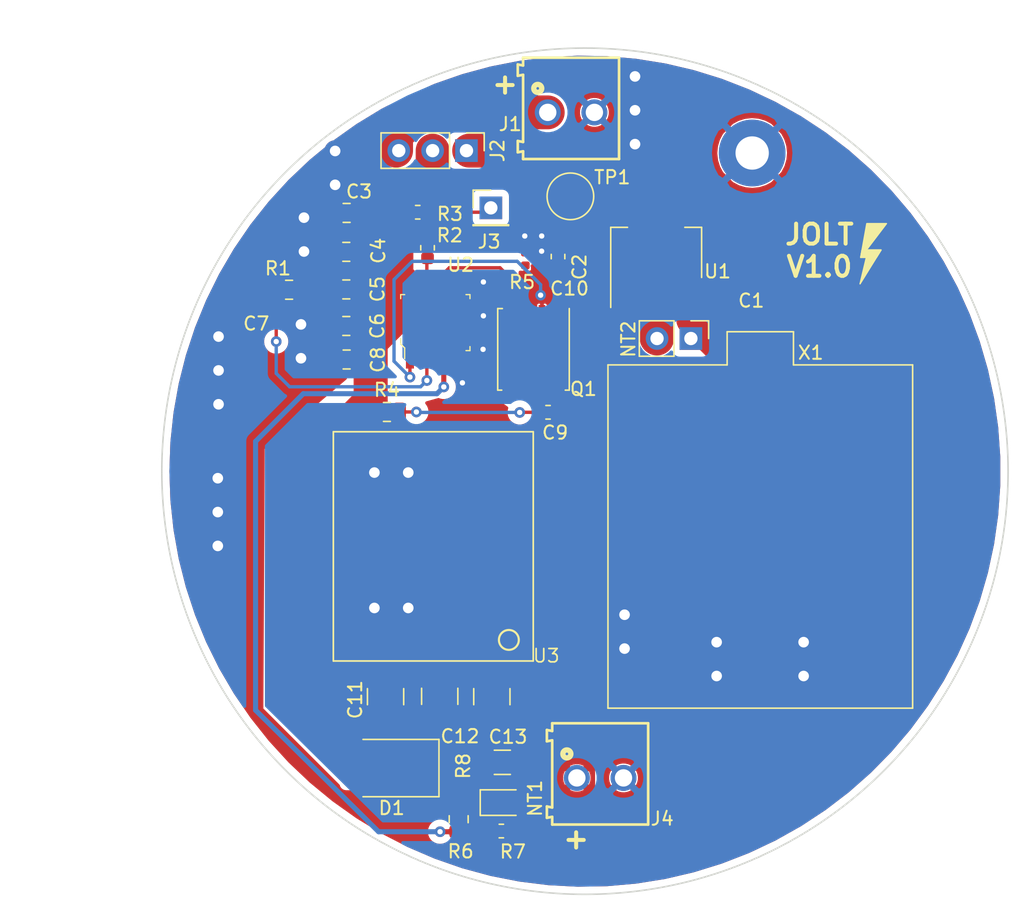
<source format=kicad_pcb>
(kicad_pcb (version 20171130) (host pcbnew "(5.1.5)-3")
  (layers (0 F.Cu power) (1 In1.Cu power) (2 In2.Cu power) (31 B.Cu mixed) (34 B.Paste user) (35 F.Paste user) (36 B.SilkS user) (37 F.SilkS user) (38 B.Mask user) (39 F.Mask user) (44 Edge.Cuts user))
  (net 0 "")
  (net 1 "Net-(C11-Pad1)")
  (net 2 "Net-(D1-Pad2)")
  (net 3 ISEN)
  (net 4 DR)
  (net 5 "Net-(C9-Pad2)")
  (net 6 V_SUPPLY_B)
  (net 7 GND)
  (net 8 "Net-(C7-Pad1)")
  (net 9 "Net-(R2-Pad1)")
  (net 10 V_SUPPLY)
  (net 11 FB)
  (net 12 "Net-(C7-Pad2)")
  (net 13 "Net-(C9-Pad1)")
  (net 14 V_SUPPLY_S)
  (net 15 "Net-(J3-Pad1)")
  (net 16 "Net-(J4-Pad1)")
  (net 17 V_SOURCE)
  (module MountingHole:MountingHole_2.5mm_Pad (layer F.Cu) (at 140.462 45.212)
    (fp_text reference REF**)
    (fp_text value MountingHole_2.5mm_Pad)
    (pad 1 thru_hole circle (at 0 0) (size 5 5) (drill 2.5) (layers *.Cu *.Mask) (net 7 GND))
  )
  (module jolt:JOLT (layer F.Cu) (at 145.508 52.54)
    (fp_text reference REF**)
    (fp_text value JOLT)
    (fp_poly (pts (xy 3.048 2.4892) (xy 3.6576 -0.0508) (xy 4.6228 -0.0508)) (layer F.SilkS) (width 0.1))
    (fp_poly (pts (xy 4.2672 0.508) (xy 3.0988 0.508) (xy 3.2004 -0.0508) (xy 4.6228 -0.0508)) (layer F.SilkS) (width 0.1))
    (fp_poly (pts (xy 3.0988 0.508) (xy 3.556 -2.032) (xy 5.0292 -2.032)) (layer F.SilkS) (width 0.1))
  )
  (module Capacitor_SMD:C_0402_1005Metric (layer F.Cu) (at 128.69672 53.81498 270)
    (fp_text reference C2 (at -0.0508 1.1938 90) (layer F.SilkS))
    (fp_text value 4.7uf)
    (pad 2 smd roundrect (at 0.485 0 270) (size 0.59 0.64) (layers F.Cu F.Paste F.Mask) (net 7 GND))
    (pad 1 smd roundrect (at -0.485 0 270) (size 0.59 0.64) (layers F.Cu F.Paste F.Mask) (net 6 V_SUPPLY_B))
  )
  (module Package_TO_SOT_SMD:SOT-223 (layer F.Cu) (at 133.25856 52.69992 90)
    (fp_text reference U1 (at -1.397 4.60248 180) (layer F.SilkS))
    (fp_text value AZ1117-5.0)
    (fp_line (start -4.1 -3.41) (end 1.91 -3.41) (layer F.SilkS) (width 0.12))
    (fp_line (start -1.85 3.41) (end 1.91 3.41) (layer F.SilkS) (width 0.12))
    (fp_line (start 1.91 -3.41) (end 1.91 -2.15) (layer F.SilkS) (width 0.12))
    (fp_line (start 1.91 3.41) (end 1.91 2.15) (layer F.SilkS) (width 0.12))
    (pad 1 smd rect (at -3.15 -2.3 90) (size 2 1.5) (layers F.Cu F.Paste F.Mask) (net 7 GND))
    (pad 3 smd rect (at -3.15 2.3 90) (size 2 1.5) (layers F.Cu F.Paste F.Mask) (net 17 V_SOURCE))
    (pad 2 smd rect (at -3.15 0 90) (size 2 1.5) (layers F.Cu F.Paste F.Mask) (net 6 V_SUPPLY_B))
    (pad 4 smd rect (at 3.15 0 90) (size 2 3.8) (layers F.Cu F.Paste F.Mask))
  )
  (module Capacitor_SMD:C_0402_1005Metric (layer F.Cu) (at 138.43762 56.388)
    (fp_text reference C1 (at 1.9558 -0.09652) (layer F.SilkS))
    (fp_text value 4.7uf)
    (pad 2 smd roundrect (at 0.485 0) (size 0.59 0.64) (layers F.Cu F.Paste F.Mask) (net 7 GND))
    (pad 1 smd roundrect (at -0.485 0) (size 0.59 0.64) (layers F.Cu F.Paste F.Mask) (net 17 V_SOURCE))
  )
  (module Connector_PinHeader_2.54mm:PinHeader_1x02_P2.54mm_Vertical (layer F.Cu) (at 135.8646 59.1312 270)
    (fp_text reference NT2 (at 0.0508 4.69138 270) (layer F.SilkS))
    (fp_text value Net-Tie_2)
    (fp_line (start -1.33 -1.33) (end 0 -1.33) (layer F.SilkS) (width 0.12))
    (fp_line (start -1.33 0) (end -1.33 -1.33) (layer F.SilkS) (width 0.12))
    (fp_line (start -1.33 1.27) (end 1.33 1.27) (layer F.SilkS) (width 0.12))
    (fp_line (start 1.33 1.27) (end 1.33 3.87) (layer F.SilkS) (width 0.12))
    (fp_line (start -1.33 1.27) (end -1.33 3.87) (layer F.SilkS) (width 0.12))
    (fp_line (start -1.33 3.87) (end 1.33 3.87) (layer F.SilkS) (width 0.12))
    (pad 2 thru_hole oval (at 0 2.54 270) (size 1.7 1.7) (drill 1) (layers *.Cu *.Mask) (net 6 V_SUPPLY_B))
    (pad 1 thru_hole rect (at 0 0 270) (size 1.7 1.7) (drill 1) (layers *.Cu *.Mask) (net 17 V_SOURCE))
  )
  (module 691214110002:691214110002 (layer F.Cu) (at 129.0574 92.1004)
    (fp_text reference J4 (at 4.65582 3.05816) (layer F.SilkS))
    (fp_text value Screw_Terminal_01x02)
    (fp_circle (center -2.5 -1.8) (end -2.4 -1.8) (layer F.SilkS) (width 0.4))
    (fp_line (start -3.6 -3.52) (end -3.6 -4.1) (layer F.SilkS) (width 0.2))
    (fp_line (start -4 -3.595) (end -3.6 -3.52) (layer F.SilkS) (width 0.2))
    (fp_line (start -4 -2.745) (end -4 -3.595) (layer F.SilkS) (width 0.2))
    (fp_line (start -3.6 -2.82) (end -4 -2.745) (layer F.SilkS) (width 0.2))
    (fp_line (start -3.6 2.22) (end -3.6 -2.82) (layer F.SilkS) (width 0.2))
    (fp_line (start -4 2.145) (end -3.6 2.22) (layer F.SilkS) (width 0.2))
    (fp_line (start -4 2.995) (end -4 2.145) (layer F.SilkS) (width 0.2))
    (fp_line (start -3.6 2.92) (end -4 2.995) (layer F.SilkS) (width 0.2))
    (fp_line (start -3.6 3.5) (end -3.6 2.92) (layer F.SilkS) (width 0.2))
    (fp_line (start 3.6 3.5) (end -3.6 3.5) (layer F.SilkS) (width 0.2))
    (fp_line (start 3.6 -4.1) (end 3.6 3.5) (layer F.SilkS) (width 0.2))
    (fp_line (start -3.6 -4.1) (end 3.6 -4.1) (layer F.SilkS) (width 0.2))
    (pad 1 thru_hole circle (at -1.75 0) (size 1.95 1.95) (drill 1.3) (layers *.Cu *.Mask) (net 16 "Net-(J4-Pad1)"))
    (pad 2 thru_hole circle (at 1.75 0) (size 1.95 1.95) (drill 1.3) (layers *.Cu *.Mask) (net 7 GND))
  )
  (module 691214110002:691214110002 (layer F.Cu) (at 126.873 42.164)
    (fp_text reference J1 (at -4.56438 0.88138) (layer F.SilkS))
    (fp_text value Screw_Terminal_01x02)
    (fp_circle (center -2.5 -1.8) (end -2.4 -1.8) (layer F.SilkS) (width 0.4))
    (fp_line (start -3.6 -3.52) (end -3.6 -4.1) (layer F.SilkS) (width 0.2))
    (fp_line (start -4 -3.595) (end -3.6 -3.52) (layer F.SilkS) (width 0.2))
    (fp_line (start -4 -2.745) (end -4 -3.595) (layer F.SilkS) (width 0.2))
    (fp_line (start -3.6 -2.82) (end -4 -2.745) (layer F.SilkS) (width 0.2))
    (fp_line (start -3.6 2.22) (end -3.6 -2.82) (layer F.SilkS) (width 0.2))
    (fp_line (start -4 2.145) (end -3.6 2.22) (layer F.SilkS) (width 0.2))
    (fp_line (start -4 2.995) (end -4 2.145) (layer F.SilkS) (width 0.2))
    (fp_line (start -3.6 2.92) (end -4 2.995) (layer F.SilkS) (width 0.2))
    (fp_line (start -3.6 3.5) (end -3.6 2.92) (layer F.SilkS) (width 0.2))
    (fp_line (start 3.6 3.5) (end -3.6 3.5) (layer F.SilkS) (width 0.2))
    (fp_line (start 3.6 -4.1) (end 3.6 3.5) (layer F.SilkS) (width 0.2))
    (fp_line (start -3.6 -4.1) (end 3.6 -4.1) (layer F.SilkS) (width 0.2))
    (pad 1 thru_hole circle (at -1.75 0) (size 1.95 1.95) (drill 1.3) (layers *.Cu *.Mask) (net 14 V_SUPPLY_S))
    (pad 2 thru_hole circle (at 1.75 0) (size 1.95 1.95) (drill 1.3) (layers *.Cu *.Mask) (net 7 GND))
  )
  (module Diode_SMD:D_SMB (layer F.Cu) (at 113.411 91.3638 180)
    (fp_text reference D1 (at 0 -3) (layer F.SilkS))
    (fp_text value STTH3L06U)
    (fp_line (start -3.55 -2.15) (end -3.55 2.15) (layer F.SilkS) (width 0.12))
    (fp_line (start -3.55 2.15) (end 2.15 2.15) (layer F.SilkS) (width 0.12))
    (fp_line (start -3.55 -2.15) (end 2.15 -2.15) (layer F.SilkS) (width 0.12))
    (pad 1 smd rect (at -2.15 0 180) (size 2.5 2.3) (layers F.Cu F.Paste F.Mask) (net 1 "Net-(C11-Pad1)"))
    (pad 2 smd rect (at 2.15 0 180) (size 2.5 2.3) (layers F.Cu F.Paste F.Mask) (net 2 "Net-(D1-Pad2)"))
  )
  (module Package_TO_SOT_SMD:TDSON-8-1 (layer F.Cu) (at 124.0536 59.944 270)
    (fp_text reference Q1 (at 2.97434 -3.7465 180) (layer F.SilkS))
    (fp_text value BSC082N10LSG)
    (fp_line (start 3.06 2.685) (end -3.06 2.685) (layer F.SilkS) (width 0.12))
    (fp_line (start 3.06 -2.685) (end -3.06 -2.685) (layer F.SilkS) (width 0.12))
    (fp_line (start -3.06 2.335) (end -3.06 2.685) (layer F.SilkS) (width 0.12))
    (fp_line (start 3.06 2.385) (end 3.06 2.685) (layer F.SilkS) (width 0.12))
    (fp_line (start 3.06 -2.385) (end 3.06 -2.685) (layer F.SilkS) (width 0.12))
    (pad 1 smd rect (at -2.9 -1.905 270) (size 0.85 0.5) (layers F.Cu F.Paste F.Mask) (net 3 ISEN))
    (pad 2 smd rect (at -2.9 -0.635 270) (size 0.85 0.5) (layers F.Cu F.Paste F.Mask) (net 3 ISEN))
    (pad 3 smd rect (at -2.9 0.635 270) (size 0.85 0.5) (layers F.Cu F.Paste F.Mask) (net 3 ISEN))
    (pad 4 smd rect (at -2.9 1.905 270) (size 0.85 0.5) (layers F.Cu F.Paste F.Mask) (net 4 DR))
    (pad 5 smd rect (at 1.05 0 270) (size 4.55 4.41) (layers F.Cu) (net 5 "Net-(C9-Pad2)"))
  )
  (module TestPoint:TestPoint_Pad_D3.0mm (layer F.Cu) (at 126.8222 48.4632)
    (fp_text reference TP1 (at 3.14198 -1.42748) (layer F.SilkS))
    (fp_text value TestPoint)
    (fp_circle (center 0 0) (end 0 1.75) (layer F.SilkS) (width 0.12))
    (pad 1 smd circle (at 0 0) (size 3 3) (layers F.Cu F.Mask) (net 6 V_SUPPLY_B))
  )
  (module digikey-footprints:SOIC-8_W3.9mm (layer F.Cu) (at 116.6876 57.9374)
    (fp_text reference U2 (at 1.90246 -4.3307) (layer F.SilkS))
    (fp_text value LM3478MM_NOPB)
    (fp_line (start -2.6 1.2) (end -2.6 1.6) (layer F.SilkS) (width 0.1))
    (fp_line (start -2.6 1.6) (end -2.3 1.9) (layer F.SilkS) (width 0.1))
    (fp_line (start -2.3 1.9) (end -2.3 2.7) (layer F.SilkS) (width 0.1))
    (fp_line (start 2.3 2.1) (end 2.6 2.1) (layer F.SilkS) (width 0.1))
    (fp_line (start 2.6 2.1) (end 2.6 1.8) (layer F.SilkS) (width 0.1))
    (fp_line (start -2.3 -2.1) (end -2.6 -2.1) (layer F.SilkS) (width 0.1))
    (fp_line (start -2.6 -2.1) (end -2.6 -1.8) (layer F.SilkS) (width 0.1))
    (fp_line (start 2.3 -2.1) (end 2.6 -2.1) (layer F.SilkS) (width 0.1))
    (fp_line (start 2.6 -2.1) (end 2.6 -1.8) (layer F.SilkS) (width 0.1))
    (pad 1 smd rect (at -1.905 2.45) (size 0.6 2) (layers F.Cu F.Paste F.Mask) (net 3 ISEN))
    (pad 2 smd rect (at -0.635 2.45) (size 0.6 2) (layers F.Cu F.Paste F.Mask) (net 8 "Net-(C7-Pad1)"))
    (pad 4 smd rect (at 1.905 2.45) (size 0.6 2) (layers F.Cu F.Paste F.Mask) (net 7 GND))
    (pad 5 smd rect (at 1.905 -2.45) (size 0.6 2) (layers F.Cu F.Paste F.Mask) (net 7 GND))
    (pad 6 smd rect (at 0.635 -2.45) (size 0.6 2) (layers F.Cu F.Paste F.Mask) (net 4 DR))
    (pad 7 smd rect (at -0.635 -2.45) (size 0.6 2) (layers F.Cu F.Paste F.Mask) (net 9 "Net-(R2-Pad1)"))
    (pad 8 smd rect (at -1.905 -2.45) (size 0.6 2) (layers F.Cu F.Paste F.Mask) (net 10 V_SUPPLY))
    (pad 3 smd rect (at 0.635 2.45) (size 0.6 2) (layers F.Cu F.Paste F.Mask) (net 11 FB))
  )
  (module DA2032-AL:DA2032-AL (layer F.Cu) (at 116.5352 74.7268 180)
    (fp_text reference U3 (at -8.47852 -8.20928) (layer F.SilkS) (effects (font (size 1.001165 1.001165) (thickness 0.127))))
    (fp_text value DA2032-AL)
    (fp_line (start -7.5 -8.6) (end 7.5 -8.6) (layer F.SilkS) (width 0.127))
    (fp_line (start 7.5 -8.6) (end 7.5 8.6) (layer F.SilkS) (width 0.127))
    (fp_line (start 7.5 8.6) (end -7.5 8.6) (layer F.SilkS) (width 0.127))
    (fp_line (start -7.5 8.6) (end -7.5 -8.6) (layer F.SilkS) (width 0.127))
    (fp_circle (center -5.67 -7.02) (end -4.9237 -7.02) (layer F.SilkS) (width 0.16))
    (pad P$1 smd rect (at -10.16 -6.25 180) (size 3.43 1.79) (layers F.Cu F.Paste F.Mask) (net 7 GND))
    (pad P$2 smd rect (at -10.16 -3.75 180) (size 3.43 1.79) (layers F.Cu F.Paste F.Mask))
    (pad P$3 smd rect (at -10.16 -1.25 180) (size 3.43 1.79) (layers F.Cu F.Paste F.Mask) (net 5 "Net-(C9-Pad2)"))
    (pad P$4 smd rect (at -10.16 1.25 180) (size 3.43 1.79) (layers F.Cu F.Paste F.Mask) (net 5 "Net-(C9-Pad2)"))
    (pad P$5 smd rect (at -10.16 3.75 180) (size 3.43 1.79) (layers F.Cu F.Paste F.Mask) (net 5 "Net-(C9-Pad2)"))
    (pad P$6 smd rect (at -10.16 6.25 180) (size 3.43 1.79) (layers F.Cu F.Paste F.Mask) (net 5 "Net-(C9-Pad2)"))
    (pad P$12 smd rect (at 10.16 -6.25 180) (size 3.43 1.79) (layers F.Cu F.Paste F.Mask) (net 2 "Net-(D1-Pad2)"))
    (pad P$11 smd rect (at 10.16 -3.75 180) (size 3.43 1.79) (layers F.Cu F.Paste F.Mask))
    (pad P$10 smd rect (at 10.16 -1.25 180) (size 3.43 1.79) (layers F.Cu F.Paste F.Mask) (net 10 V_SUPPLY))
    (pad P$9 smd rect (at 10.16 1.25 180) (size 3.43 1.79) (layers F.Cu F.Paste F.Mask) (net 10 V_SUPPLY))
    (pad P$8 smd rect (at 10.16 3.75 180) (size 3.43 1.79) (layers F.Cu F.Paste F.Mask) (net 10 V_SUPPLY))
    (pad P$7 smd rect (at 10.16 6.25 180) (size 3.43 1.79) (layers F.Cu F.Paste F.Mask) (net 10 V_SUPPLY))
  )
  (module Capacitor_SMD:C_0805_2012Metric (layer F.Cu) (at 110.0328 49.7078 180)
    (fp_text reference C3 (at -0.93218 1.60274) (layer F.SilkS))
    (fp_text value 47u)
    (fp_line (start -0.258578 -0.71) (end 0.258578 -0.71) (layer F.SilkS) (width 0.12))
    (fp_line (start -0.258578 0.71) (end 0.258578 0.71) (layer F.SilkS) (width 0.12))
    (pad 1 smd roundrect (at -0.9375 0 180) (size 0.975 1.4) (layers F.Cu F.Paste F.Mask) (net 10 V_SUPPLY))
    (pad 2 smd roundrect (at 0.9375 0 180) (size 0.975 1.4) (layers F.Cu F.Paste F.Mask) (net 7 GND))
  )
  (module Capacitor_SMD:C_0805_2012Metric (layer F.Cu) (at 110.0074 52.6288 180)
    (fp_text reference C4 (at -2.40538 0.08128 90) (layer F.SilkS))
    (fp_text value 47u)
    (fp_line (start -0.258578 0.71) (end 0.258578 0.71) (layer F.SilkS) (width 0.12))
    (fp_line (start -0.258578 -0.71) (end 0.258578 -0.71) (layer F.SilkS) (width 0.12))
    (pad 2 smd roundrect (at 0.9375 0 180) (size 0.975 1.4) (layers F.Cu F.Paste F.Mask) (net 7 GND))
    (pad 1 smd roundrect (at -0.9375 0 180) (size 0.975 1.4) (layers F.Cu F.Paste F.Mask) (net 10 V_SUPPLY))
  )
  (module Capacitor_SMD:C_0805_2012Metric (layer F.Cu) (at 110.0074 55.4482 180)
    (fp_text reference C5 (at -2.3495 0.01778 90) (layer F.SilkS))
    (fp_text value 47u)
    (fp_line (start -0.258578 -0.71) (end 0.258578 -0.71) (layer F.SilkS) (width 0.12))
    (fp_line (start -0.258578 0.71) (end 0.258578 0.71) (layer F.SilkS) (width 0.12))
    (pad 1 smd roundrect (at -0.9375 0 180) (size 0.975 1.4) (layers F.Cu F.Paste F.Mask) (net 10 V_SUPPLY))
    (pad 2 smd roundrect (at 0.9375 0 180) (size 0.975 1.4) (layers F.Cu F.Paste F.Mask) (net 7 GND))
  )
  (module Capacitor_SMD:C_0805_2012Metric (layer F.Cu) (at 110.0074 58.1914 180)
    (fp_text reference C6 (at -2.32664 0.00254 90) (layer F.SilkS))
    (fp_text value 47u)
    (fp_line (start -0.258578 0.71) (end 0.258578 0.71) (layer F.SilkS) (width 0.12))
    (fp_line (start -0.258578 -0.71) (end 0.258578 -0.71) (layer F.SilkS) (width 0.12))
    (pad 2 smd roundrect (at 0.9375 0 180) (size 0.975 1.4) (layers F.Cu F.Paste F.Mask) (net 7 GND))
    (pad 1 smd roundrect (at -0.9375 0 180) (size 0.975 1.4) (layers F.Cu F.Paste F.Mask) (net 10 V_SUPPLY))
  )
  (module Capacitor_SMD:C_0402_1005Metric (layer F.Cu) (at 104.7496 57.5818 90)
    (fp_text reference C7 (at -0.4318 -1.4986 180) (layer F.SilkS))
    (fp_text value 22n)
    (pad 1 smd roundrect (at -0.485 0 90) (size 0.59 0.64) (layers F.Cu F.Paste F.Mask) (net 8 "Net-(C7-Pad1)"))
    (pad 2 smd roundrect (at 0.485 0 90) (size 0.59 0.64) (layers F.Cu F.Paste F.Mask) (net 12 "Net-(C7-Pad2)"))
  )
  (module Capacitor_SMD:C_0805_2012Metric (layer F.Cu) (at 110.0328 60.706 180)
    (fp_text reference C8 (at -2.3495 -0.02286 90) (layer F.SilkS))
    (fp_text value 47u)
    (fp_line (start -0.258578 -0.71) (end 0.258578 -0.71) (layer F.SilkS) (width 0.12))
    (fp_line (start -0.258578 0.71) (end 0.258578 0.71) (layer F.SilkS) (width 0.12))
    (pad 1 smd roundrect (at -0.9375 0 180) (size 0.975 1.4) (layers F.Cu F.Paste F.Mask) (net 10 V_SUPPLY))
    (pad 2 smd roundrect (at 0.9375 0 180) (size 0.975 1.4) (layers F.Cu F.Paste F.Mask) (net 7 GND))
  )
  (module Capacitor_SMD:C_0603_1608Metric (layer F.Cu) (at 125.1458 64.6684)
    (fp_text reference C9 (at 0.5334 1.524) (layer F.SilkS))
    (fp_text value 2000p)
    (fp_line (start -0.162779 0.51) (end 0.162779 0.51) (layer F.SilkS) (width 0.12))
    (fp_line (start -0.162779 -0.51) (end 0.162779 -0.51) (layer F.SilkS) (width 0.12))
    (pad 2 smd roundrect (at 0.7875 0) (size 0.875 0.95) (layers F.Cu F.Paste F.Mask) (net 5 "Net-(C9-Pad2)"))
    (pad 1 smd roundrect (at -0.7875 0) (size 0.875 0.95) (layers F.Cu F.Paste F.Mask) (net 13 "Net-(C9-Pad1)"))
  )
  (module Capacitor_SMD:C_0603_1608Metric (layer F.Cu) (at 125.8951 52.98186 90)
    (fp_text reference C10 (at -2.40284 0.85852 180) (layer F.SilkS))
    (fp_text value 0.01u)
    (fp_line (start -0.162779 -0.51) (end 0.162779 -0.51) (layer F.SilkS) (width 0.12))
    (fp_line (start -0.162779 0.51) (end 0.162779 0.51) (layer F.SilkS) (width 0.12))
    (pad 1 smd roundrect (at -0.7875 0 90) (size 0.875 0.95) (layers F.Cu F.Paste F.Mask) (net 3 ISEN))
    (pad 2 smd roundrect (at 0.7875 0 90) (size 0.875 0.95) (layers F.Cu F.Paste F.Mask) (net 7 GND))
  )
  (module Capacitor_SMD:C_1210_3225Metric (layer F.Cu) (at 112.9538 86.0044 90)
    (fp_text reference C11 (at -0.22606 -2.28092 270) (layer F.SilkS))
    (fp_text value 0.47u)
    (fp_line (start -0.602064 -1.36) (end 0.602064 -1.36) (layer F.SilkS) (width 0.12))
    (fp_line (start -0.602064 1.36) (end 0.602064 1.36) (layer F.SilkS) (width 0.12))
    (pad 1 smd roundrect (at -1.4 0 90) (size 1.25 2.65) (layers F.Cu F.Paste F.Mask) (roundrect_rratio 0.2) (net 1 "Net-(C11-Pad1)"))
    (pad 2 smd roundrect (at 1.4 0 90) (size 1.25 2.65) (layers F.Cu F.Paste F.Mask) (roundrect_rratio 0.2) (net 7 GND))
  )
  (module Capacitor_SMD:C_1210_3225Metric (layer F.Cu) (at 117.0178 85.979 90)
    (fp_text reference C12 (at -2.9972 1.51892 180) (layer F.SilkS))
    (fp_text value 0.47u)
    (fp_line (start -0.602064 -1.36) (end 0.602064 -1.36) (layer F.SilkS) (width 0.12))
    (fp_line (start -0.602064 1.36) (end 0.602064 1.36) (layer F.SilkS) (width 0.12))
    (pad 1 smd roundrect (at -1.4 0 90) (size 1.25 2.65) (layers F.Cu F.Paste F.Mask) (roundrect_rratio 0.2) (net 1 "Net-(C11-Pad1)"))
    (pad 2 smd roundrect (at 1.4 0 90) (size 1.25 2.65) (layers F.Cu F.Paste F.Mask) (roundrect_rratio 0.2) (net 7 GND))
  )
  (module Capacitor_SMD:C_1210_3225Metric (layer F.Cu) (at 120.9294 86.0044 90)
    (fp_text reference C13 (at -3.01244 1.20904 180) (layer F.SilkS))
    (fp_text value 0.47u)
    (fp_line (start -0.602064 1.36) (end 0.602064 1.36) (layer F.SilkS) (width 0.12))
    (fp_line (start -0.602064 -1.36) (end 0.602064 -1.36) (layer F.SilkS) (width 0.12))
    (pad 2 smd roundrect (at 1.4 0 90) (size 1.25 2.65) (layers F.Cu F.Paste F.Mask) (roundrect_rratio 0.2) (net 7 GND))
    (pad 1 smd roundrect (at -1.4 0 90) (size 1.25 2.65) (layers F.Cu F.Paste F.Mask) (roundrect_rratio 0.2) (net 1 "Net-(C11-Pad1)"))
  )
  (module Connector_PinHeader_2.54mm:PinHeader_1x03_P2.54mm_Vertical (layer F.Cu) (at 119.0244 45.0342 270)
    (fp_text reference J2 (at 0 -2.33 90) (layer F.SilkS))
    (fp_text value Conn_01x03_Male)
    (fp_line (start -1.33 6.41) (end 1.33 6.41) (layer F.SilkS) (width 0.12))
    (fp_line (start -1.33 1.27) (end -1.33 6.41) (layer F.SilkS) (width 0.12))
    (fp_line (start 1.33 1.27) (end 1.33 6.41) (layer F.SilkS) (width 0.12))
    (fp_line (start -1.33 1.27) (end 1.33 1.27) (layer F.SilkS) (width 0.12))
    (fp_line (start -1.33 0) (end -1.33 -1.33) (layer F.SilkS) (width 0.12))
    (fp_line (start -1.33 -1.33) (end 0 -1.33) (layer F.SilkS) (width 0.12))
    (pad 1 thru_hole rect (at 0 0 270) (size 1.7 1.7) (drill 1) (layers *.Cu *.Mask) (net 6 V_SUPPLY_B))
    (pad 2 thru_hole oval (at 0 2.54 270) (size 1.7 1.7) (drill 1) (layers *.Cu *.Mask) (net 10 V_SUPPLY))
    (pad 3 thru_hole oval (at 0 5.08 270) (size 1.7 1.7) (drill 1) (layers *.Cu *.Mask) (net 14 V_SUPPLY_S))
  )
  (module Connector_PinHeader_2.54mm:PinHeader_1x01_P2.54mm_Vertical (layer F.Cu) (at 120.8532 49.3268)
    (fp_text reference J3 (at -0.127 2.53746) (layer F.SilkS))
    (fp_text value Conn_01x01_Male)
    (fp_line (start -1.33 1.33) (end 1.33 1.33) (layer F.SilkS) (width 0.12))
    (fp_line (start -1.33 1.27) (end -1.33 1.33) (layer F.SilkS) (width 0.12))
    (fp_line (start 1.33 1.27) (end 1.33 1.33) (layer F.SilkS) (width 0.12))
    (fp_line (start -1.33 1.27) (end 1.33 1.27) (layer F.SilkS) (width 0.12))
    (fp_line (start -1.33 0) (end -1.33 -1.33) (layer F.SilkS) (width 0.12))
    (fp_line (start -1.33 -1.33) (end 0 -1.33) (layer F.SilkS) (width 0.12))
    (pad 1 thru_hole rect (at 0 0) (size 1.7 1.7) (drill 1) (layers *.Cu *.Mask) (net 15 "Net-(J3-Pad1)"))
  )
  (module Diode_SMD:D_0805_2012Metric (layer F.Cu) (at 121.7422 93.9546)
    (fp_text reference NT1 (at 2.42824 -0.32004 90) (layer F.SilkS))
    (fp_text value Net-Tie_2)
    (fp_line (start -1.685 0.96) (end 1 0.96) (layer F.SilkS) (width 0.12))
    (fp_line (start -1.685 -0.96) (end -1.685 0.96) (layer F.SilkS) (width 0.12))
    (fp_line (start 1 -0.96) (end -1.685 -0.96) (layer F.SilkS) (width 0.12))
    (pad 2 smd roundrect (at 0.9375 0) (size 0.975 1.4) (layers F.Cu F.Paste F.Mask) (net 16 "Net-(J4-Pad1)"))
    (pad 1 smd roundrect (at -0.9375 0) (size 0.975 1.4) (layers F.Cu F.Paste F.Mask) (net 1 "Net-(C11-Pad1)"))
  )
  (module Resistor_SMD:R_0805_2012Metric (layer F.Cu) (at 105.7148 55.4736)
    (fp_text reference R1 (at -0.8382 -1.6002) (layer F.SilkS))
    (fp_text value 4.7k)
    (fp_line (start -0.258578 -0.71) (end 0.258578 -0.71) (layer F.SilkS) (width 0.12))
    (fp_line (start -0.258578 0.71) (end 0.258578 0.71) (layer F.SilkS) (width 0.12))
    (pad 1 smd roundrect (at -0.9375 0) (size 0.975 1.4) (layers F.Cu F.Paste F.Mask) (net 12 "Net-(C7-Pad2)"))
    (pad 2 smd roundrect (at 0.9375 0) (size 0.975 1.4) (layers F.Cu F.Paste F.Mask) (net 7 GND))
  )
  (module Resistor_SMD:R_0603_1608Metric (layer F.Cu) (at 116.1034 52.324 90)
    (fp_text reference R2 (at 0.93218 1.6637 180) (layer F.SilkS))
    (fp_text value 20k)
    (fp_line (start -0.162779 -0.51) (end 0.162779 -0.51) (layer F.SilkS) (width 0.12))
    (fp_line (start -0.162779 0.51) (end 0.162779 0.51) (layer F.SilkS) (width 0.12))
    (pad 1 smd roundrect (at -0.7875 0 90) (size 0.875 0.95) (layers F.Cu F.Paste F.Mask) (net 9 "Net-(R2-Pad1)"))
    (pad 2 smd roundrect (at 0.7875 0 90) (size 0.875 0.95) (layers F.Cu F.Paste F.Mask) (net 15 "Net-(J3-Pad1)"))
  )
  (module Resistor_SMD:R_0603_1608Metric (layer F.Cu) (at 115.3668 49.657 180)
    (fp_text reference R3 (at -2.413 -0.13208) (layer F.SilkS))
    (fp_text value 10k)
    (fp_line (start -0.162779 0.51) (end 0.162779 0.51) (layer F.SilkS) (width 0.12))
    (fp_line (start -0.162779 -0.51) (end 0.162779 -0.51) (layer F.SilkS) (width 0.12))
    (pad 2 smd roundrect (at 0.7875 0 180) (size 0.875 0.95) (layers F.Cu F.Paste F.Mask) (net 10 V_SUPPLY))
    (pad 1 smd roundrect (at -0.7875 0 180) (size 0.875 0.95) (layers F.Cu F.Paste F.Mask) (net 15 "Net-(J3-Pad1)"))
  )
  (module Resistor_SMD:R_0805_2012Metric (layer F.Cu) (at 113.0554 64.643)
    (fp_text reference R4 (at 0 -1.65) (layer F.SilkS))
    (fp_text value 10)
    (fp_line (start -0.258578 -0.71) (end 0.258578 -0.71) (layer F.SilkS) (width 0.12))
    (fp_line (start -0.258578 0.71) (end 0.258578 0.71) (layer F.SilkS) (width 0.12))
    (pad 1 smd roundrect (at -0.9375 0) (size 0.975 1.4) (layers F.Cu F.Paste F.Mask) (net 10 V_SUPPLY))
    (pad 2 smd roundrect (at 0.9375 0) (size 0.975 1.4) (layers F.Cu F.Paste F.Mask) (net 13 "Net-(C9-Pad1)"))
  )
  (module Resistor_SMD:R_0402_1005Metric (layer F.Cu) (at 123.444 53.1622 90)
    (fp_text reference R5 (at -1.73736 -0.24892 180) (layer F.SilkS))
    (fp_text value 0.05)
    (pad 1 smd roundrect (at -0.485 0 90) (size 0.59 0.64) (layers F.Cu F.Paste F.Mask) (net 3 ISEN))
    (pad 2 smd roundrect (at 0.485 0 90) (size 0.59 0.64) (layers F.Cu F.Paste F.Mask) (net 7 GND))
  )
  (module Resistor_SMD:R_0805_2012Metric (layer F.Cu) (at 118.4402 95.1992 270)
    (fp_text reference R6 (at 2.41554 -0.14732 180) (layer F.SilkS))
    (fp_text value 487k)
    (fp_line (start -0.258578 0.71) (end 0.258578 0.71) (layer F.SilkS) (width 0.12))
    (fp_line (start -0.258578 -0.71) (end 0.258578 -0.71) (layer F.SilkS) (width 0.12))
    (pad 2 smd roundrect (at 0.9375 0 270) (size 0.975 1.4) (layers F.Cu F.Paste F.Mask) (net 11 FB))
    (pad 1 smd roundrect (at -0.9375 0 270) (size 0.975 1.4) (layers F.Cu F.Paste F.Mask) (net 1 "Net-(C11-Pad1)"))
  )
  (module Resistor_SMD:R_0603_1608Metric (layer F.Cu) (at 121.6406 96.0882)
    (fp_text reference R7 (at 0.86106 1.54432) (layer F.SilkS))
    (fp_text value 3.32k)
    (fp_line (start -0.162779 -0.51) (end 0.162779 -0.51) (layer F.SilkS) (width 0.12))
    (fp_line (start -0.162779 0.51) (end 0.162779 0.51) (layer F.SilkS) (width 0.12))
    (pad 1 smd roundrect (at -0.7875 0) (size 0.875 0.95) (layers F.Cu F.Paste F.Mask) (net 11 FB))
    (pad 2 smd roundrect (at 0.7875 0) (size 0.875 0.95) (layers F.Cu F.Paste F.Mask) (net 7 GND))
  )
  (module Resistor_SMD:R_1206_3216Metric (layer F.Cu) (at 121.7168 90.932 180)
    (fp_text reference R8 (at 2.93624 -0.28194 90) (layer F.SilkS))
    (fp_text value 40k)
    (fp_line (start -0.602064 -0.91) (end 0.602064 -0.91) (layer F.SilkS) (width 0.12))
    (fp_line (start -0.602064 0.91) (end 0.602064 0.91) (layer F.SilkS) (width 0.12))
    (pad 1 smd roundrect (at -1.4 0 180) (size 1.25 1.75) (layers F.Cu F.Paste F.Mask) (roundrect_rratio 0.2) (net 16 "Net-(J4-Pad1)"))
    (pad 2 smd roundrect (at 1.4 0 180) (size 1.25 1.75) (layers F.Cu F.Paste F.Mask) (roundrect_rratio 0.2) (net 1 "Net-(C11-Pad1)"))
  )
  (module 1062_clip:1062_clip (layer F.Cu) (at 141.0716 61.1124 180)
    (fp_text reference X1 (at -3.7846 0.9144) (layer F.SilkS))
    (fp_text value 1062_clip)
    (fp_line (start -2.4892 2.4892) (end 2.4892 2.4892) (layer F.SilkS) (width 0.12))
    (fp_line (start 2.4892 2.4892) (end 2.4892 0) (layer F.SilkS) (width 0.12))
    (fp_line (start 2.4892 0) (end 11.43 0) (layer F.SilkS) (width 0.12))
    (fp_line (start 11.43 0) (end 11.43 -25.7556) (layer F.SilkS) (width 0.12))
    (fp_line (start 11.43 -25.7556) (end -11.43 -25.7556) (layer F.SilkS) (width 0.12))
    (fp_line (start -11.43 -25.7556) (end -11.43 0) (layer F.SilkS) (width 0.12))
    (fp_line (start -11.43 0) (end -2.4892 0) (layer F.SilkS) (width 0.12))
    (fp_line (start -2.4892 0) (end -2.4892 2.4892) (layer F.SilkS) (width 0.12))
    (pad 1 smd rect (at 0 0 180) (size 3.17 3.96) (layers F.Cu F.Paste F.Mask) (net 17 V_SOURCE))
    (pad 2 smd rect (at 0 -21.76 180) (size 3.17 3.96) (layers F.Cu F.Paste F.Mask) (net 7 GND))
  )
  (gr_text + (at 127.254 96.647) (layer F.SilkS) (effects (font (size 1.5 1.5) (thickness 0.3))))
  (gr_text + (at 121.92 40.005) (layer F.SilkS) (effects (font (size 1.5 1.5) (thickness 0.3))))
  (gr_text "JOLT\nV1.0" (at 145.508 52.54) (layer F.SilkS) (effects (font (size 1.5 1.5) (thickness 0.3))))
  (gr_circle (center 127.9144 69.088) (end 159.6644 69.088) (layer Edge.Cuts) (width 0.12))
  (segment (start 106.3752 86.478) (end 111.261 91.3638) (width 2.54) (layer F.Cu) (net 2))
  (segment (start 106.3752 80.9768) (end 106.3752 86.478) (width 2.54) (layer F.Cu) (net 2))
  (segment (start 114.7826 60.3874) (end 114.7826 61.6374) (width 0.25) (layer F.Cu) (net 3))
  (segment (start 114.7826 61.6374) (end 114.7826 61.8744) (width 0.25) (layer F.Cu) (net 3))
  (segment (start 114.7826 61.8744) (end 114.7826 61.8744) (width 0.25) (layer F.Cu) (net 3))
  (segment (start 114.7826 61.8744) (end 114.7826 61.976) (width 0.25) (layer F.Cu) (net 3))
  (segment (start 114.7826 61.976) (end 114.7826 62.0268) (width 0.25) (layer F.Cu) (net 3))
  (via (at 114.7826 62.0268) (size 0.8) (drill 0.4) (layers F.Cu B.Cu) (net 3))
  (segment (start 124.587 55.88) (end 124.587 55.88) (width 0.25) (layer B.Cu) (net 3))
  (via (at 124.587 55.88) (size 0.8) (drill 0.4) (layers F.Cu B.Cu) (net 3))
  (segment (start 113.5888 60.833) (end 113.5888 54.7116) (width 0.25) (layer B.Cu) (net 3))
  (segment (start 124.587 55.0926) (end 124.587 55.88) (width 0.25) (layer B.Cu) (net 3))
  (segment (start 114.7826 62.0268) (end 113.5888 60.833) (width 0.25) (layer B.Cu) (net 3))
  (segment (start 113.5888 54.7116) (end 114.9604 53.34) (width 0.25) (layer B.Cu) (net 3))
  (segment (start 114.9604 53.34) (end 122.8344 53.34) (width 0.25) (layer B.Cu) (net 3))
  (segment (start 122.8344 53.34) (end 124.587 55.0926) (width 0.25) (layer B.Cu) (net 3))
  (segment (start 117.3226 54.2374) (end 117.3226 55.4874) (width 0.25) (layer F.Cu) (net 4))
  (segment (start 121.539 53.8226) (end 117.7374 53.8226) (width 0.25) (layer F.Cu) (net 4))
  (segment (start 122.1486 54.4322) (end 121.539 53.8226) (width 0.25) (layer F.Cu) (net 4))
  (segment (start 117.7374 53.8226) (end 117.3226 54.2374) (width 0.25) (layer F.Cu) (net 4))
  (segment (start 122.1486 57.044) (end 122.1486 54.4322) (width 0.25) (layer F.Cu) (net 4))
  (segment (start 126.6952 63.6356) (end 124.0536 60.994) (width 2.54) (layer F.Cu) (net 5))
  (segment (start 126.6952 75.9768) (end 126.6952 63.6356) (width 2.54) (layer F.Cu) (net 5))
  (segment (start 124.079 45.0342) (end 128.3716 49.3268) (width 2.54) (layer F.Cu) (net 6))
  (segment (start 119.22441 45.0342) (end 124.079 45.0342) (width 2.54) (layer F.Cu) (net 6))
  (segment (start 128.3716 51.44812) (end 128.3716 49.3268) (width 2.54) (layer F.Cu) (net 6))
  (segment (start 131.565203 52.558401) (end 129.481881 52.558401) (width 2.54) (layer F.Cu) (net 6))
  (segment (start 129.481881 52.558401) (end 128.3716 51.44812) (width 2.54) (layer F.Cu) (net 6))
  (segment (start 133.2992 54.292398) (end 131.565203 52.558401) (width 2.54) (layer F.Cu) (net 6))
  (segment (start 133.2992 56.3884) (end 133.2992 54.292398) (width 2.54) (layer F.Cu) (net 6))
  (segment (start 133.2992 59.1058) (end 133.3246 59.1312) (width 2.54) (layer F.Cu) (net 6))
  (segment (start 133.2992 56.3884) (end 133.2992 59.1058) (width 2.54) (layer F.Cu) (net 6))
  (via (at 100.42144 61.52642) (size 1.6002) (drill 0.79756) (layers F.Cu B.Cu) (net 7))
  (via (at 100.42144 58.98642) (size 1.6002) (drill 0.79756) (layers F.Cu B.Cu) (net 7))
  (via (at 100.42144 64.06642) (size 1.6002) (drill 0.79756) (layers F.Cu B.Cu) (net 7))
  (via (at 130.8862 82.3976) (size 1.6002) (drill 0.79756) (layers F.Cu B.Cu) (net 7))
  (via (at 130.8862 79.8576) (size 1.6002) (drill 0.79756) (layers F.Cu B.Cu) (net 7))
  (via (at 123.39828 51.44008) (size 0.8) (drill 0.4) (layers F.Cu B.Cu) (net 7))
  (via (at 124.66828 51.44008) (size 0.8) (drill 0.4) (layers F.Cu B.Cu) (net 7))
  (via (at 109.1692 47.5996) (size 1.6002) (drill 0.79756) (layers F.Cu B.Cu) (net 7))
  (via (at 109.1692 45.0596) (size 1.6002) (drill 0.79756) (layers F.Cu B.Cu) (net 7))
  (via (at 100.36556 74.69378) (size 1.6002) (drill 0.79756) (layers F.Cu B.Cu) (net 7))
  (via (at 100.36556 72.15378) (size 1.6002) (drill 0.79756) (layers F.Cu B.Cu) (net 7))
  (via (at 100.36556 69.61378) (size 1.6002) (drill 0.79756) (layers F.Cu B.Cu) (net 7))
  (via (at 112.1156 69.1896) (size 1.6002) (drill 0.79756) (layers F.Cu B.Cu) (net 7))
  (via (at 114.6556 69.1896) (size 1.6002) (drill 0.79756) (layers F.Cu B.Cu) (net 7))
  (via (at 112.1156 79.3496) (size 1.6002) (drill 0.79756) (layers F.Cu B.Cu) (net 7))
  (via (at 114.6556 79.3496) (size 1.6002) (drill 0.79756) (layers F.Cu B.Cu) (net 7))
  (via (at 144.3228 84.455) (size 1.6002) (drill 0.79756) (layers F.Cu B.Cu) (net 7))
  (via (at 144.3228 81.915) (size 1.6002) (drill 0.79756) (layers F.Cu B.Cu) (net 7))
  (via (at 137.795 81.915) (size 1.6002) (drill 0.79756) (layers F.Cu B.Cu) (net 7))
  (via (at 137.795 84.455) (size 1.6002) (drill 0.79756) (layers F.Cu B.Cu) (net 7))
  (via (at 131.67106 42.00652) (size 1.6002) (drill 0.79756) (layers F.Cu B.Cu) (net 7))
  (via (at 131.67106 44.54652) (size 1.6002) (drill 0.79756) (layers F.Cu B.Cu) (net 7))
  (via (at 131.67106 39.46652) (size 1.6002) (drill 0.79756) (layers F.Cu B.Cu) (net 7))
  (via (at 106.60634 60.61202) (size 1.6002) (drill 0.79756) (layers F.Cu B.Cu) (net 7))
  (via (at 106.60634 58.07202) (size 1.6002) (drill 0.79756) (layers F.Cu B.Cu) (net 7))
  (via (at 106.8324 52.6034) (size 1.6002) (drill 0.79756) (layers F.Cu B.Cu) (net 7))
  (via (at 106.8324 50.0634) (size 1.6002) (drill 0.79756) (layers F.Cu B.Cu) (net 7))
  (via (at 120.2944 54.8894) (size 0.8) (drill 0.4) (layers F.Cu B.Cu) (net 7))
  (via (at 120.2944 57.4294) (size 0.8) (drill 0.4) (layers F.Cu B.Cu) (net 7))
  (via (at 118.7196 62.4586) (size 0.8) (drill 0.4) (layers F.Cu B.Cu) (net 7))
  (segment (start 130.9992 58.6584) (end 130.99796 58.65964) (width 1.27) (layer F.Cu) (net 7))
  (segment (start 130.9992 56.3884) (end 130.9992 58.6584) (width 1.27) (layer F.Cu) (net 7))
  (segment (start 130.99796 58.65964) (end 130.99796 65.5447) (width 1.27) (layer F.Cu) (net 7))
  (segment (start 130.9992 56.3884) (end 130.90706 56.3884) (width 0.381) (layer F.Cu) (net 7))
  (segment (start 128.69672 55.21692) (end 128.69672 54.29998) (width 0.381) (layer F.Cu) (net 7))
  (segment (start 130.9992 56.3884) (end 129.8682 56.3884) (width 0.381) (layer F.Cu) (net 7))
  (segment (start 129.8682 56.3884) (end 128.69672 55.21692) (width 0.381) (layer F.Cu) (net 7))
  (via (at 120.269 59.944) (size 0.8) (drill 0.4) (layers F.Cu B.Cu) (net 7))
  (via (at 124.6632 52.578) (size 0.8) (drill 0.4) (layers F.Cu B.Cu) (net 7))
  (segment (start 116.0526 60.3874) (end 116.0526 62.0268) (width 0.25) (layer F.Cu) (net 8))
  (segment (start 116.0526 62.0268) (end 116.0526 62.0268) (width 0.25) (layer F.Cu) (net 8))
  (segment (start 104.7496 59.3598) (end 104.7496 59.3598) (width 0.25) (layer B.Cu) (net 8))
  (via (at 104.7496 59.3598) (size 0.8) (drill 0.4) (layers F.Cu B.Cu) (net 8))
  (segment (start 104.7496 59.3598) (end 104.7496 58.0668) (width 0.25) (layer F.Cu) (net 8))
  (segment (start 116.0526 62.0268) (end 116.0526 62.2808) (width 0.25) (layer F.Cu) (net 8))
  (segment (start 116.0526 62.2808) (end 116.0526 62.2808) (width 0.25) (layer F.Cu) (net 8))
  (via (at 116.0526 62.2808) (size 0.8) (drill 0.4) (layers F.Cu B.Cu) (net 8))
  (segment (start 115.581599 62.751801) (end 116.0526 62.2808) (width 0.25) (layer B.Cu) (net 8))
  (segment (start 105.754001 62.751801) (end 115.581599 62.751801) (width 0.25) (layer B.Cu) (net 8))
  (segment (start 104.7496 59.3598) (end 104.7496 61.7474) (width 0.25) (layer B.Cu) (net 8))
  (segment (start 104.7496 61.7474) (end 105.754001 62.751801) (width 0.25) (layer B.Cu) (net 8))
  (segment (start 116.0526 52.8067) (end 116.205 52.6543) (width 0.25) (layer F.Cu) (net 9))
  (segment (start 116.0526 53.1623) (end 116.1034 53.1115) (width 0.25) (layer F.Cu) (net 9))
  (segment (start 116.0526 55.4874) (end 116.0526 53.1623) (width 0.25) (layer F.Cu) (net 9))
  (segment (start 107.1952 68.4768) (end 111.8362 63.8358) (width 2.54) (layer F.Cu) (net 10))
  (segment (start 106.3752 68.4768) (end 107.1952 68.4768) (width 2.54) (layer F.Cu) (net 10))
  (segment (start 111.8362 63.8358) (end 111.8362 50.576002) (width 2.54) (layer F.Cu) (net 10))
  (segment (start 106.3752 75.9768) (end 106.3752 68.4768) (width 2.54) (layer F.Cu) (net 10))
  (segment (start 114.282599 56.941399) (end 114.282599 55.4874) (width 2.54) (layer F.Cu) (net 10))
  (segment (start 111.8362 63.8358) (end 111.8362 59.387798) (width 2.54) (layer F.Cu) (net 10))
  (segment (start 111.8362 59.387798) (end 114.282599 56.941399) (width 2.54) (layer F.Cu) (net 10))
  (segment (start 114.282599 54.987399) (end 114.282599 56.941399) (width 2.54) (layer F.Cu) (net 10))
  (segment (start 113.768901 54.473701) (end 114.282599 54.987399) (width 2.54) (layer F.Cu) (net 10))
  (segment (start 111.8362 50.576002) (end 112.144679 50.576002) (width 2.54) (layer F.Cu) (net 10))
  (segment (start 113.768901 54.473701) (end 113.768901 49.532301) (width 2.54) (layer F.Cu) (net 10))
  (segment (start 112.144679 50.576002) (end 113.4872 49.2506) (width 2.54) (layer F.Cu) (net 10))
  (segment (start 113.768901 49.532301) (end 113.4872 49.2506) (width 2.54) (layer F.Cu) (net 10))
  (segment (start 113.4872 49.2506) (end 116.4844 46.236281) (width 2.54) (layer F.Cu) (net 10))
  (segment (start 116.4844 46.236281) (end 116.4844 45.0342) (width 2.54) (layer F.Cu) (net 10))
  (segment (start 117.3226 60.3874) (end 117.3226 61.7684) (width 0.381) (layer F.Cu) (net 11))
  (segment (start 117.3226 61.7684) (end 117.3226 62.7634) (width 0.381) (layer F.Cu) (net 11))
  (segment (start 117.3226 62.7634) (end 117.3226 62.7634) (width 0.381) (layer F.Cu) (net 11))
  (via (at 117.3226 62.7634) (size 0.8) (drill 0.4) (layers F.Cu B.Cu) (net 11))
  (segment (start 118.4379 96.139) (end 118.4402 96.1367) (width 0.381) (layer F.Cu) (net 11))
  (segment (start 120.8046 96.1367) (end 120.8531 96.0882) (width 0.381) (layer F.Cu) (net 11))
  (segment (start 118.4402 96.1367) (end 120.8046 96.1367) (width 0.381) (layer F.Cu) (net 11))
  (segment (start 103.2002 66.8528) (end 103.2002 87.0204) (width 0.381) (layer B.Cu) (net 11))
  (segment (start 103.2002 87.0204) (end 112.431222 96.139) (width 0.381) (layer B.Cu) (net 11))
  (segment (start 116.8146 63.2714) (end 106.7816 63.2714) (width 0.381) (layer B.Cu) (net 11))
  (segment (start 117.3226 62.7634) (end 116.8146 63.2714) (width 0.381) (layer B.Cu) (net 11))
  (segment (start 106.7816 63.2714) (end 103.2002 66.8528) (width 0.381) (layer B.Cu) (net 11))
  (segment (start 117.7402 96.1367) (end 117.7379 96.139) (width 0.381) (layer F.Cu) (net 11))
  (segment (start 118.4402 96.1367) (end 117.7402 96.1367) (width 0.381) (layer F.Cu) (net 11))
  (segment (start 117.7379 96.139) (end 117.0432 96.139) (width 0.381) (layer F.Cu) (net 11))
  (segment (start 117.0432 96.139) (end 117.0432 96.139) (width 0.381) (layer F.Cu) (net 11))
  (via (at 117.0432 96.139) (size 0.8) (drill 0.4) (layers F.Cu B.Cu) (net 11))
  (segment (start 112.431222 96.139) (end 117.0432 96.139) (width 0.381) (layer B.Cu) (net 11))
  (segment (start 104.7496 55.5013) (end 104.7773 55.4736) (width 0.25) (layer F.Cu) (net 12))
  (segment (start 104.7496 57.0968) (end 104.7496 55.5013) (width 0.25) (layer F.Cu) (net 12))
  (segment (start 114.935 64.643) (end 114.935 64.643) (width 0.25) (layer F.Cu) (net 13))
  (via (at 115.2652 64.643) (size 0.8) (drill 0.4) (layers F.Cu B.Cu) (net 13))
  (segment (start 114.4804 64.643) (end 113.9929 64.643) (width 0.25) (layer F.Cu) (net 13))
  (segment (start 115.2652 64.643) (end 114.4804 64.643) (width 0.25) (layer F.Cu) (net 13))
  (via (at 123.01728 64.67856) (size 0.8) (drill 0.4) (layers F.Cu B.Cu) (net 13))
  (segment (start 115.2906 64.6684) (end 115.2652 64.643) (width 0.25) (layer B.Cu) (net 13))
  (segment (start 123.02744 64.6684) (end 123.01728 64.67856) (width 0.25) (layer F.Cu) (net 13))
  (segment (start 124.3583 64.6684) (end 123.02744 64.6684) (width 0.25) (layer F.Cu) (net 13))
  (segment (start 115.30076 64.67856) (end 115.2652 64.643) (width 0.25) (layer B.Cu) (net 13))
  (segment (start 123.01728 64.67856) (end 115.30076 64.67856) (width 0.25) (layer B.Cu) (net 13))
  (segment (start 113.74439 43.899251) (end 113.74439 45.0342) (width 2.54) (layer F.Cu) (net 14))
  (segment (start 115.479641 42.164) (end 113.74439 43.899251) (width 2.54) (layer F.Cu) (net 14))
  (segment (start 118.1608 42.164) (end 125.123 42.164) (width 2.54) (layer F.Cu) (net 14))
  (segment (start 115.479641 42.164) (end 118.1608 42.164) (width 2.54) (layer F.Cu) (net 14))
  (segment (start 116.205 49.2507) (end 116.2559 49.1998) (width 0.25) (layer F.Cu) (net 15))
  (segment (start 116.2813 49.2252) (end 116.2559 49.1998) (width 0.25) (layer F.Cu) (net 15))
  (segment (start 116.1034 49.7079) (end 116.1543 49.657) (width 0.25) (layer F.Cu) (net 15))
  (segment (start 116.1034 51.5365) (end 116.1034 49.7079) (width 0.25) (layer F.Cu) (net 15))
  (segment (start 120.8024 49.657) (end 121.1072 49.3522) (width 0.25) (layer F.Cu) (net 15))
  (segment (start 120.523 49.657) (end 120.8532 49.3268) (width 0.25) (layer F.Cu) (net 15))
  (segment (start 116.1543 49.657) (end 120.523 49.657) (width 0.25) (layer F.Cu) (net 15))
  (segment (start 141.0716 61.1124) (end 140.9192 61.1124) (width 2.54) (layer F.Cu) (net 17))
  (segment (start 136.03921 57.68529) (end 136.03921 56.3884) (width 2.54) (layer F.Cu) (net 17))
  (segment (start 141.0716 61.1124) (end 139.46632 61.1124) (width 2.54) (layer F.Cu) (net 17))
  (segment (start 139.46632 61.1124) (end 136.03921 57.68529) (width 2.54) (layer F.Cu) (net 17))
  (segment (start 137.65722 56.3884) (end 136.03921 56.3884) (width 0.381) (layer F.Cu) (net 17))
  (segment (start 137.65762 56.388) (end 137.65722 56.3884) (width 0.381) (layer F.Cu) (net 17))
  (segment (start 137.95262 56.388) (end 137.65762 56.388) (width 0.381) (layer F.Cu) (net 17))
  (zone (net 7) (net_name GND) (layer F.Cu) (connect_pads (clearance 0.508)) (min_thickness 0.254) (fill yes (arc_segments 32) (thermal_gap 0.1016) (thermal_bridge_width 0.508))
    (polygon (pts (xy 143.9418 34.0487) (xy 159.893 47.5996) (xy 160.6804 95.3008) (xy 146.885836 95.351602) (xy 146.8882 95.3516) (xy 146.9136 95.3516) (xy 146.9136 102.9335) (xy 114.554 102.9716) (xy 84.2264 70.4088) (xy 112.3442 36.7284) (xy 126.873 36.7284) (xy 126.873 34.0233)))
    (polygon (pts (xy 117.4242 40.64) (xy 110.0328 48.7172) (xy 110.1598 62.0776) (xy 103.886 67.4116) (xy 103.7844 86.8934) (xy 109.7026 92.8116) (xy 116.817775 92.810424) (xy 116.811425 95.200377) (xy 128.88595 95.186687) (xy 128.8542 89.535) (xy 124.4092 89.535) (xy 124.3711 85.615707) (xy 109.0676 85.6742) (xy 109.093 68.9356) (xy 112.4712 65.9384) (xy 115.7732 65.9384) (xy 115.7986 63.9064) (xy 117.983 63.2968) (xy 117.983 54.2036) (xy 121.0818 54.2036) (xy 121.0818 63.5) (xy 124.46 65.9384) (xy 124.4473 77.4827) (xy 129.0066 77.4827) (xy 129.0066 63.7413) (xy 143.5608 63.754) (xy 143.53159 57.31256) (xy 132.50037 57.31256) (xy 132.5118 54.7116) (xy 126.873 43.4594) (xy 126.873 40.64)))
  )
  (zone (net 3) (net_name ISEN) (layer F.Cu) (connect_pads (clearance 0.508)) (min_thickness 0.254) (fill yes (arc_segments 32) (thermal_gap 0.1016) (thermal_bridge_width 0.2794))
    (polygon (pts (xy 126.6444 57.7596) (xy 122.936 57.7596) (xy 122.936 53.213) (xy 126.6444 53.213)))
  )
  (zone (net 1) (net_name "Net-(C11-Pad1)") (layer F.Cu) (priority 1) (connect_pads (clearance 0.508)) (min_thickness 0.254) (fill yes (arc_segments 32) (thermal_gap 0.0508) (thermal_bridge_width 0.508))
    (polygon (pts (xy 123.9266 89.54135) (xy 121.7422 89.535) (xy 121.74728 95.07855) (xy 117.0432 95.06585) (xy 117.0432 92.636963) (xy 113.6568 92.630638) (xy 113.665 89.9414) (xy 110.998 89.9414) (xy 111.0234 86.0933) (xy 123.9266 86.07425)))
  )
  (zone (net 16) (net_name "Net-(J4-Pad1)") (layer F.Cu) (priority 2) (connect_pads (clearance 0.508)) (min_thickness 0.254) (fill yes (arc_segments 32) (thermal_gap 0.0508) (thermal_bridge_width 0.508))
    (polygon (pts (xy 128.6764 95.0722) (xy 121.8692 95.0722) (xy 121.8692 89.7382) (xy 128.6764 89.7128)))
  )
  (zone (net 7) (net_name GND) (layer F.Cu) (priority 1) (connect_pads (clearance 0.508)) (min_thickness 0.254) (fill yes (arc_segments 32) (thermal_gap 0.508) (thermal_bridge_width 0.508))
    (polygon (pts (xy 127.00254 53.0479) (xy 122.83694 53.0479) (xy 122.8344 50.8254) (xy 127 50.8254)))
  )
  (zone (net 7) (net_name GND) (layer B.Cu) (connect_pads (clearance 0.508)) (min_thickness 0.254) (fill yes (arc_segments 32) (thermal_gap 0.508) (thermal_bridge_width 0.508))
    (polygon (pts (xy 159.9438 33.8836) (xy 160.8582 102.9208) (xy 84.0232 102.9208) (xy 84.2518 33.7566)))
  )
)
</source>
